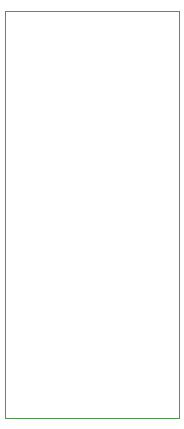
<source format=gbr>
%TF.GenerationSoftware,KiCad,Pcbnew,7.0.9*%
%TF.CreationDate,2024-01-22T13:50:01+01:00*%
%TF.ProjectId,traffic_light_module,74726166-6669-4635-9f6c-696768745f6d,rev?*%
%TF.SameCoordinates,Original*%
%TF.FileFunction,Profile,NP*%
%FSLAX46Y46*%
G04 Gerber Fmt 4.6, Leading zero omitted, Abs format (unit mm)*
G04 Created by KiCad (PCBNEW 7.0.9) date 2024-01-22 13:50:01*
%MOMM*%
%LPD*%
G01*
G04 APERTURE LIST*
%TA.AperFunction,Profile*%
%ADD10C,0.100000*%
%TD*%
G04 APERTURE END LIST*
D10*
X151500000Y-64500000D02*
X166250000Y-64500000D01*
X166250000Y-99000000D01*
X151500000Y-99000000D01*
X151500000Y-64500000D01*
M02*

</source>
